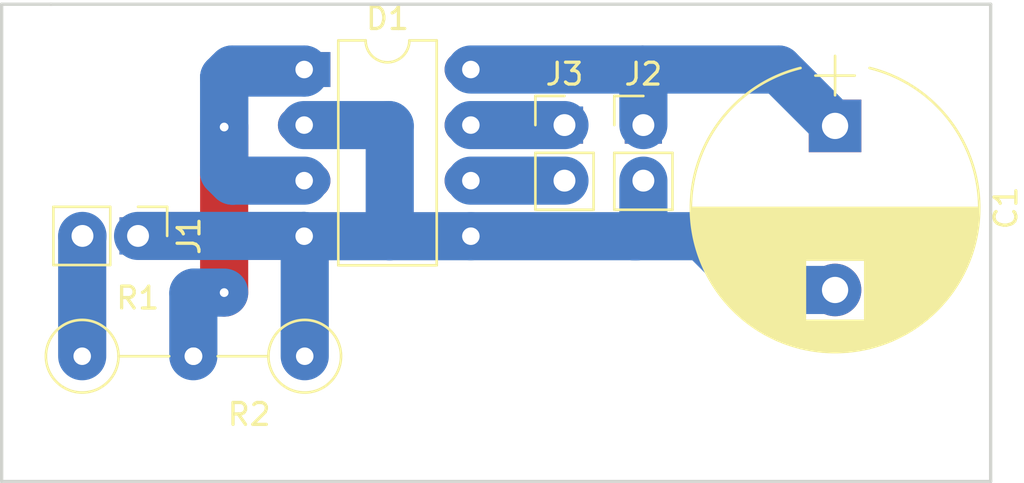
<source format=kicad_pcb>
(kicad_pcb (version 4) (host pcbnew 4.0.7)

  (general
    (links 14)
    (no_connects 0)
    (area 147.359299 104.776199 192.721301 126.744801)
    (thickness 1.6)
    (drawings 6)
    (tracks 43)
    (zones 0)
    (modules 7)
    (nets 7)
  )

  (page A4)
  (layers
    (0 F.Cu signal)
    (31 B.Cu signal)
    (32 B.Adhes user)
    (33 F.Adhes user)
    (34 B.Paste user)
    (35 F.Paste user)
    (36 B.SilkS user)
    (37 F.SilkS user)
    (38 B.Mask user)
    (39 F.Mask user)
    (40 Dwgs.User user)
    (41 Cmts.User user)
    (42 Eco1.User user)
    (43 Eco2.User user)
    (44 Edge.Cuts user)
    (45 Margin user)
    (46 B.CrtYd user)
    (47 F.CrtYd user)
    (48 B.Fab user)
    (49 F.Fab user)
  )

  (setup
    (last_trace_width 2.2)
    (trace_clearance 0.2)
    (zone_clearance 0.508)
    (zone_45_only no)
    (trace_min 0.2)
    (segment_width 0.2)
    (edge_width 0.15)
    (via_size 0.6)
    (via_drill 0.4)
    (via_min_size 0.4)
    (via_min_drill 0.3)
    (uvia_size 0.3)
    (uvia_drill 0.1)
    (uvias_allowed no)
    (uvia_min_size 0.2)
    (uvia_min_drill 0.1)
    (pcb_text_width 0.3)
    (pcb_text_size 1.5 1.5)
    (mod_edge_width 0.15)
    (mod_text_size 1 1)
    (mod_text_width 0.15)
    (pad_size 1.524 1.524)
    (pad_drill 0.762)
    (pad_to_mask_clearance 0.2)
    (aux_axis_origin 0 0)
    (visible_elements FFFFFF7F)
    (pcbplotparams
      (layerselection 0x00030_80000001)
      (usegerberextensions false)
      (excludeedgelayer true)
      (linewidth 0.100000)
      (plotframeref false)
      (viasonmask false)
      (mode 1)
      (useauxorigin false)
      (hpglpennumber 1)
      (hpglpenspeed 20)
      (hpglpendiameter 15)
      (hpglpenoverlay 2)
      (psnegative false)
      (psa4output false)
      (plotreference true)
      (plotvalue true)
      (plotinvisibletext false)
      (padsonsilk false)
      (subtractmaskfromsilk false)
      (outputformat 1)
      (mirror false)
      (drillshape 1)
      (scaleselection 1)
      (outputdirectory ""))
  )

  (net 0 "")
  (net 1 "Net-(D1-Pad1)")
  (net 2 GND)
  (net 3 "Net-(D1-Pad6)")
  (net 4 "Net-(D1-Pad7)")
  (net 5 +5V)
  (net 6 "Net-(J1-Pad2)")

  (net_class Default "Это класс цепей по умолчанию."
    (clearance 0.2)
    (trace_width 2.2)
    (via_dia 0.6)
    (via_drill 0.4)
    (uvia_dia 0.3)
    (uvia_drill 0.1)
    (add_net +5V)
    (add_net GND)
    (add_net "Net-(D1-Pad1)")
    (add_net "Net-(D1-Pad6)")
    (add_net "Net-(D1-Pad7)")
    (add_net "Net-(J1-Pad2)")
  )

  (module Housings_DIP:DIP-8_W7.62mm_LongPads (layer F.Cu) (tedit 59C78D6B) (tstamp 5B295151)
    (at 161.2646 107.8357)
    (descr "8-lead though-hole mounted DIP package, row spacing 7.62 mm (300 mils), LongPads")
    (tags "THT DIP DIL PDIP 2.54mm 7.62mm 300mil LongPads")
    (path /5B294D82)
    (fp_text reference D1 (at 3.81 -2.33) (layer F.SilkS)
      (effects (font (size 1 1) (thickness 0.15)))
    )
    (fp_text value TDA7050 (at 3.81 9.95) (layer F.Fab)
      (effects (font (size 1 1) (thickness 0.15)))
    )
    (fp_arc (start 3.81 -1.33) (end 2.81 -1.33) (angle -180) (layer F.SilkS) (width 0.12))
    (fp_line (start 1.635 -1.27) (end 6.985 -1.27) (layer F.Fab) (width 0.1))
    (fp_line (start 6.985 -1.27) (end 6.985 8.89) (layer F.Fab) (width 0.1))
    (fp_line (start 6.985 8.89) (end 0.635 8.89) (layer F.Fab) (width 0.1))
    (fp_line (start 0.635 8.89) (end 0.635 -0.27) (layer F.Fab) (width 0.1))
    (fp_line (start 0.635 -0.27) (end 1.635 -1.27) (layer F.Fab) (width 0.1))
    (fp_line (start 2.81 -1.33) (end 1.56 -1.33) (layer F.SilkS) (width 0.12))
    (fp_line (start 1.56 -1.33) (end 1.56 8.95) (layer F.SilkS) (width 0.12))
    (fp_line (start 1.56 8.95) (end 6.06 8.95) (layer F.SilkS) (width 0.12))
    (fp_line (start 6.06 8.95) (end 6.06 -1.33) (layer F.SilkS) (width 0.12))
    (fp_line (start 6.06 -1.33) (end 4.81 -1.33) (layer F.SilkS) (width 0.12))
    (fp_line (start -1.45 -1.55) (end -1.45 9.15) (layer F.CrtYd) (width 0.05))
    (fp_line (start -1.45 9.15) (end 9.1 9.15) (layer F.CrtYd) (width 0.05))
    (fp_line (start 9.1 9.15) (end 9.1 -1.55) (layer F.CrtYd) (width 0.05))
    (fp_line (start 9.1 -1.55) (end -1.45 -1.55) (layer F.CrtYd) (width 0.05))
    (fp_text user %R (at 3.81 3.81) (layer F.Fab)
      (effects (font (size 1 1) (thickness 0.15)))
    )
    (pad 1 thru_hole rect (at 0 0) (size 2.4 1.6) (drill 0.8) (layers *.Cu *.Mask)
      (net 1 "Net-(D1-Pad1)"))
    (pad 5 thru_hole oval (at 7.62 7.62) (size 2.4 1.6) (drill 0.8) (layers *.Cu *.Mask)
      (net 2 GND))
    (pad 2 thru_hole oval (at 0 2.54) (size 2.4 1.6) (drill 0.8) (layers *.Cu *.Mask)
      (net 2 GND))
    (pad 6 thru_hole oval (at 7.62 5.08) (size 2.4 1.6) (drill 0.8) (layers *.Cu *.Mask)
      (net 3 "Net-(D1-Pad6)"))
    (pad 3 thru_hole oval (at 0 5.08) (size 2.4 1.6) (drill 0.8) (layers *.Cu *.Mask)
      (net 1 "Net-(D1-Pad1)"))
    (pad 7 thru_hole oval (at 7.62 2.54) (size 2.4 1.6) (drill 0.8) (layers *.Cu *.Mask)
      (net 4 "Net-(D1-Pad7)"))
    (pad 4 thru_hole oval (at 0 7.62) (size 2.4 1.6) (drill 0.8) (layers *.Cu *.Mask)
      (net 2 GND))
    (pad 8 thru_hole oval (at 7.62 0) (size 2.4 1.6) (drill 0.8) (layers *.Cu *.Mask)
      (net 5 +5V))
    (model ${KISYS3DMOD}/Housings_DIP.3dshapes/DIP-8_W7.62mm.wrl
      (at (xyz 0 0 0))
      (scale (xyz 1 1 1))
      (rotate (xyz 0 0 0))
    )
  )

  (module Pin_Headers:Pin_Header_Straight_1x02_Pitch2.54mm (layer F.Cu) (tedit 59650532) (tstamp 5B295167)
    (at 153.67 115.443 270)
    (descr "Through hole straight pin header, 1x02, 2.54mm pitch, single row")
    (tags "Through hole pin header THT 1x02 2.54mm single row")
    (path /5B295214)
    (fp_text reference J1 (at 0 -2.33 270) (layer F.SilkS)
      (effects (font (size 1 1) (thickness 0.15)))
    )
    (fp_text value INPUT (at 0 4.87 270) (layer F.Fab)
      (effects (font (size 1 1) (thickness 0.15)))
    )
    (fp_line (start -0.635 -1.27) (end 1.27 -1.27) (layer F.Fab) (width 0.1))
    (fp_line (start 1.27 -1.27) (end 1.27 3.81) (layer F.Fab) (width 0.1))
    (fp_line (start 1.27 3.81) (end -1.27 3.81) (layer F.Fab) (width 0.1))
    (fp_line (start -1.27 3.81) (end -1.27 -0.635) (layer F.Fab) (width 0.1))
    (fp_line (start -1.27 -0.635) (end -0.635 -1.27) (layer F.Fab) (width 0.1))
    (fp_line (start -1.33 3.87) (end 1.33 3.87) (layer F.SilkS) (width 0.12))
    (fp_line (start -1.33 1.27) (end -1.33 3.87) (layer F.SilkS) (width 0.12))
    (fp_line (start 1.33 1.27) (end 1.33 3.87) (layer F.SilkS) (width 0.12))
    (fp_line (start -1.33 1.27) (end 1.33 1.27) (layer F.SilkS) (width 0.12))
    (fp_line (start -1.33 0) (end -1.33 -1.33) (layer F.SilkS) (width 0.12))
    (fp_line (start -1.33 -1.33) (end 0 -1.33) (layer F.SilkS) (width 0.12))
    (fp_line (start -1.8 -1.8) (end -1.8 4.35) (layer F.CrtYd) (width 0.05))
    (fp_line (start -1.8 4.35) (end 1.8 4.35) (layer F.CrtYd) (width 0.05))
    (fp_line (start 1.8 4.35) (end 1.8 -1.8) (layer F.CrtYd) (width 0.05))
    (fp_line (start 1.8 -1.8) (end -1.8 -1.8) (layer F.CrtYd) (width 0.05))
    (fp_text user %R (at 0 1.27 360) (layer F.Fab)
      (effects (font (size 1 1) (thickness 0.15)))
    )
    (pad 1 thru_hole rect (at 0 0 270) (size 1.7 1.7) (drill 1) (layers *.Cu *.Mask)
      (net 2 GND))
    (pad 2 thru_hole oval (at 0 2.54 270) (size 1.7 1.7) (drill 1) (layers *.Cu *.Mask)
      (net 6 "Net-(J1-Pad2)"))
    (model ${KISYS3DMOD}/Pin_Headers.3dshapes/Pin_Header_Straight_1x02_Pitch2.54mm.wrl
      (at (xyz 0 0 0))
      (scale (xyz 1 1 1))
      (rotate (xyz 0 0 0))
    )
  )

  (module Pin_Headers:Pin_Header_Straight_1x02_Pitch2.54mm (layer F.Cu) (tedit 59650532) (tstamp 5B29517D)
    (at 176.7713 110.3757)
    (descr "Through hole straight pin header, 1x02, 2.54mm pitch, single row")
    (tags "Through hole pin header THT 1x02 2.54mm single row")
    (path /5B2950A0)
    (fp_text reference J2 (at 0 -2.33) (layer F.SilkS)
      (effects (font (size 1 1) (thickness 0.15)))
    )
    (fp_text value POWER (at 0 4.87) (layer F.Fab)
      (effects (font (size 1 1) (thickness 0.15)))
    )
    (fp_line (start -0.635 -1.27) (end 1.27 -1.27) (layer F.Fab) (width 0.1))
    (fp_line (start 1.27 -1.27) (end 1.27 3.81) (layer F.Fab) (width 0.1))
    (fp_line (start 1.27 3.81) (end -1.27 3.81) (layer F.Fab) (width 0.1))
    (fp_line (start -1.27 3.81) (end -1.27 -0.635) (layer F.Fab) (width 0.1))
    (fp_line (start -1.27 -0.635) (end -0.635 -1.27) (layer F.Fab) (width 0.1))
    (fp_line (start -1.33 3.87) (end 1.33 3.87) (layer F.SilkS) (width 0.12))
    (fp_line (start -1.33 1.27) (end -1.33 3.87) (layer F.SilkS) (width 0.12))
    (fp_line (start 1.33 1.27) (end 1.33 3.87) (layer F.SilkS) (width 0.12))
    (fp_line (start -1.33 1.27) (end 1.33 1.27) (layer F.SilkS) (width 0.12))
    (fp_line (start -1.33 0) (end -1.33 -1.33) (layer F.SilkS) (width 0.12))
    (fp_line (start -1.33 -1.33) (end 0 -1.33) (layer F.SilkS) (width 0.12))
    (fp_line (start -1.8 -1.8) (end -1.8 4.35) (layer F.CrtYd) (width 0.05))
    (fp_line (start -1.8 4.35) (end 1.8 4.35) (layer F.CrtYd) (width 0.05))
    (fp_line (start 1.8 4.35) (end 1.8 -1.8) (layer F.CrtYd) (width 0.05))
    (fp_line (start 1.8 -1.8) (end -1.8 -1.8) (layer F.CrtYd) (width 0.05))
    (fp_text user %R (at 0 1.27 90) (layer F.Fab)
      (effects (font (size 1 1) (thickness 0.15)))
    )
    (pad 1 thru_hole rect (at 0 0) (size 1.7 1.7) (drill 1) (layers *.Cu *.Mask)
      (net 5 +5V))
    (pad 2 thru_hole oval (at 0 2.54) (size 1.7 1.7) (drill 1) (layers *.Cu *.Mask)
      (net 2 GND))
    (model ${KISYS3DMOD}/Pin_Headers.3dshapes/Pin_Header_Straight_1x02_Pitch2.54mm.wrl
      (at (xyz 0 0 0))
      (scale (xyz 1 1 1))
      (rotate (xyz 0 0 0))
    )
  )

  (module Pin_Headers:Pin_Header_Straight_1x02_Pitch2.54mm (layer F.Cu) (tedit 59650532) (tstamp 5B295193)
    (at 173.1645 110.3757)
    (descr "Through hole straight pin header, 1x02, 2.54mm pitch, single row")
    (tags "Through hole pin header THT 1x02 2.54mm single row")
    (path /5B294F31)
    (fp_text reference J3 (at 0 -2.33) (layer F.SilkS)
      (effects (font (size 1 1) (thickness 0.15)))
    )
    (fp_text value OUT (at 0 4.87) (layer F.Fab)
      (effects (font (size 1 1) (thickness 0.15)))
    )
    (fp_line (start -0.635 -1.27) (end 1.27 -1.27) (layer F.Fab) (width 0.1))
    (fp_line (start 1.27 -1.27) (end 1.27 3.81) (layer F.Fab) (width 0.1))
    (fp_line (start 1.27 3.81) (end -1.27 3.81) (layer F.Fab) (width 0.1))
    (fp_line (start -1.27 3.81) (end -1.27 -0.635) (layer F.Fab) (width 0.1))
    (fp_line (start -1.27 -0.635) (end -0.635 -1.27) (layer F.Fab) (width 0.1))
    (fp_line (start -1.33 3.87) (end 1.33 3.87) (layer F.SilkS) (width 0.12))
    (fp_line (start -1.33 1.27) (end -1.33 3.87) (layer F.SilkS) (width 0.12))
    (fp_line (start 1.33 1.27) (end 1.33 3.87) (layer F.SilkS) (width 0.12))
    (fp_line (start -1.33 1.27) (end 1.33 1.27) (layer F.SilkS) (width 0.12))
    (fp_line (start -1.33 0) (end -1.33 -1.33) (layer F.SilkS) (width 0.12))
    (fp_line (start -1.33 -1.33) (end 0 -1.33) (layer F.SilkS) (width 0.12))
    (fp_line (start -1.8 -1.8) (end -1.8 4.35) (layer F.CrtYd) (width 0.05))
    (fp_line (start -1.8 4.35) (end 1.8 4.35) (layer F.CrtYd) (width 0.05))
    (fp_line (start 1.8 4.35) (end 1.8 -1.8) (layer F.CrtYd) (width 0.05))
    (fp_line (start 1.8 -1.8) (end -1.8 -1.8) (layer F.CrtYd) (width 0.05))
    (fp_text user %R (at 0 1.27 90) (layer F.Fab)
      (effects (font (size 1 1) (thickness 0.15)))
    )
    (pad 1 thru_hole rect (at 0 0) (size 1.7 1.7) (drill 1) (layers *.Cu *.Mask)
      (net 4 "Net-(D1-Pad7)"))
    (pad 2 thru_hole oval (at 0 2.54) (size 1.7 1.7) (drill 1) (layers *.Cu *.Mask)
      (net 3 "Net-(D1-Pad6)"))
    (model ${KISYS3DMOD}/Pin_Headers.3dshapes/Pin_Header_Straight_1x02_Pitch2.54mm.wrl
      (at (xyz 0 0 0))
      (scale (xyz 1 1 1))
      (rotate (xyz 0 0 0))
    )
  )

  (module Resistors_THT:R_Axial_DIN0309_L9.0mm_D3.2mm_P5.08mm_Vertical (layer F.Cu) (tedit 5874F706) (tstamp 5B2951A1)
    (at 151.1173 120.9421)
    (descr "Resistor, Axial_DIN0309 series, Axial, Vertical, pin pitch=5.08mm, 0.5W = 1/2W, length*diameter=9*3.2mm^2, http://cdn-reichelt.de/documents/datenblatt/B400/1_4W%23YAG.pdf")
    (tags "Resistor Axial_DIN0309 series Axial Vertical pin pitch 5.08mm 0.5W = 1/2W length 9mm diameter 3.2mm")
    (path /5B295B39)
    (fp_text reference R1 (at 2.54 -2.66) (layer F.SilkS)
      (effects (font (size 1 1) (thickness 0.15)))
    )
    (fp_text value R (at 2.54 2.66) (layer F.Fab)
      (effects (font (size 1 1) (thickness 0.15)))
    )
    (fp_circle (center 0 0) (end 1.6 0) (layer F.Fab) (width 0.1))
    (fp_circle (center 0 0) (end 1.66 0) (layer F.SilkS) (width 0.12))
    (fp_line (start 0 0) (end 5.08 0) (layer F.Fab) (width 0.1))
    (fp_line (start 1.66 0) (end 3.98 0) (layer F.SilkS) (width 0.12))
    (fp_line (start -1.95 -1.95) (end -1.95 1.95) (layer F.CrtYd) (width 0.05))
    (fp_line (start -1.95 1.95) (end 6.2 1.95) (layer F.CrtYd) (width 0.05))
    (fp_line (start 6.2 1.95) (end 6.2 -1.95) (layer F.CrtYd) (width 0.05))
    (fp_line (start 6.2 -1.95) (end -1.95 -1.95) (layer F.CrtYd) (width 0.05))
    (pad 1 thru_hole circle (at 0 0) (size 1.6 1.6) (drill 0.8) (layers *.Cu *.Mask)
      (net 6 "Net-(J1-Pad2)"))
    (pad 2 thru_hole oval (at 5.08 0) (size 1.6 1.6) (drill 0.8) (layers *.Cu *.Mask)
      (net 1 "Net-(D1-Pad1)"))
    (model ${KISYS3DMOD}/Resistors_THT.3dshapes/R_Axial_DIN0309_L9.0mm_D3.2mm_P5.08mm_Vertical.wrl
      (at (xyz 0 0 0))
      (scale (xyz 0.393701 0.393701 0.393701))
      (rotate (xyz 0 0 0))
    )
  )

  (module Resistors_THT:R_Axial_DIN0309_L9.0mm_D3.2mm_P5.08mm_Vertical (layer F.Cu) (tedit 5874F706) (tstamp 5B2951AF)
    (at 161.29 120.9421 180)
    (descr "Resistor, Axial_DIN0309 series, Axial, Vertical, pin pitch=5.08mm, 0.5W = 1/2W, length*diameter=9*3.2mm^2, http://cdn-reichelt.de/documents/datenblatt/B400/1_4W%23YAG.pdf")
    (tags "Resistor Axial_DIN0309 series Axial Vertical pin pitch 5.08mm 0.5W = 1/2W length 9mm diameter 3.2mm")
    (path /5B2958D0)
    (fp_text reference R2 (at 2.54 -2.66 180) (layer F.SilkS)
      (effects (font (size 1 1) (thickness 0.15)))
    )
    (fp_text value R (at 2.54 2.66 180) (layer F.Fab)
      (effects (font (size 1 1) (thickness 0.15)))
    )
    (fp_circle (center 0 0) (end 1.6 0) (layer F.Fab) (width 0.1))
    (fp_circle (center 0 0) (end 1.66 0) (layer F.SilkS) (width 0.12))
    (fp_line (start 0 0) (end 5.08 0) (layer F.Fab) (width 0.1))
    (fp_line (start 1.66 0) (end 3.98 0) (layer F.SilkS) (width 0.12))
    (fp_line (start -1.95 -1.95) (end -1.95 1.95) (layer F.CrtYd) (width 0.05))
    (fp_line (start -1.95 1.95) (end 6.2 1.95) (layer F.CrtYd) (width 0.05))
    (fp_line (start 6.2 1.95) (end 6.2 -1.95) (layer F.CrtYd) (width 0.05))
    (fp_line (start 6.2 -1.95) (end -1.95 -1.95) (layer F.CrtYd) (width 0.05))
    (pad 1 thru_hole circle (at 0 0 180) (size 1.6 1.6) (drill 0.8) (layers *.Cu *.Mask)
      (net 2 GND))
    (pad 2 thru_hole oval (at 5.08 0 180) (size 1.6 1.6) (drill 0.8) (layers *.Cu *.Mask)
      (net 1 "Net-(D1-Pad1)"))
    (model ${KISYS3DMOD}/Resistors_THT.3dshapes/R_Axial_DIN0309_L9.0mm_D3.2mm_P5.08mm_Vertical.wrl
      (at (xyz 0 0 0))
      (scale (xyz 0.393701 0.393701 0.393701))
      (rotate (xyz 0 0 0))
    )
  )

  (module Capacitors_THT:CP_Radial_D13.0mm_P7.50mm (layer F.Cu) (tedit 597BC7C2) (tstamp 5B5CD152)
    (at 185.5343 110.4138 270)
    (descr "CP, Radial series, Radial, pin pitch=7.50mm, , diameter=13mm, Electrolytic Capacitor")
    (tags "CP Radial series Radial pin pitch 7.50mm  diameter 13mm Electrolytic Capacitor")
    (path /5B5CD2BF)
    (fp_text reference C1 (at 3.75 -7.81 270) (layer F.SilkS)
      (effects (font (size 1 1) (thickness 0.15)))
    )
    (fp_text value CP (at 3.75 7.81 270) (layer F.Fab)
      (effects (font (size 1 1) (thickness 0.15)))
    )
    (fp_arc (start 3.75 0) (end -2.647789 -1.58) (angle 152.3) (layer F.SilkS) (width 0.12))
    (fp_arc (start 3.75 0) (end -2.647789 1.58) (angle -152.3) (layer F.SilkS) (width 0.12))
    (fp_arc (start 3.75 0) (end 10.147789 -1.58) (angle 27.7) (layer F.SilkS) (width 0.12))
    (fp_circle (center 3.75 0) (end 10.25 0) (layer F.Fab) (width 0.1))
    (fp_line (start -3.2 0) (end -1.4 0) (layer F.Fab) (width 0.1))
    (fp_line (start -2.3 -0.9) (end -2.3 0.9) (layer F.Fab) (width 0.1))
    (fp_line (start 3.75 -6.55) (end 3.75 6.55) (layer F.SilkS) (width 0.12))
    (fp_line (start 3.79 -6.55) (end 3.79 6.55) (layer F.SilkS) (width 0.12))
    (fp_line (start 3.83 -6.55) (end 3.83 6.55) (layer F.SilkS) (width 0.12))
    (fp_line (start 3.87 -6.549) (end 3.87 6.549) (layer F.SilkS) (width 0.12))
    (fp_line (start 3.91 -6.549) (end 3.91 6.549) (layer F.SilkS) (width 0.12))
    (fp_line (start 3.95 -6.547) (end 3.95 6.547) (layer F.SilkS) (width 0.12))
    (fp_line (start 3.99 -6.546) (end 3.99 6.546) (layer F.SilkS) (width 0.12))
    (fp_line (start 4.03 -6.545) (end 4.03 6.545) (layer F.SilkS) (width 0.12))
    (fp_line (start 4.07 -6.543) (end 4.07 6.543) (layer F.SilkS) (width 0.12))
    (fp_line (start 4.11 -6.541) (end 4.11 6.541) (layer F.SilkS) (width 0.12))
    (fp_line (start 4.15 -6.538) (end 4.15 6.538) (layer F.SilkS) (width 0.12))
    (fp_line (start 4.19 -6.536) (end 4.19 6.536) (layer F.SilkS) (width 0.12))
    (fp_line (start 4.23 -6.533) (end 4.23 6.533) (layer F.SilkS) (width 0.12))
    (fp_line (start 4.27 -6.53) (end 4.27 6.53) (layer F.SilkS) (width 0.12))
    (fp_line (start 4.31 -6.527) (end 4.31 6.527) (layer F.SilkS) (width 0.12))
    (fp_line (start 4.35 -6.523) (end 4.35 6.523) (layer F.SilkS) (width 0.12))
    (fp_line (start 4.39 -6.519) (end 4.39 6.519) (layer F.SilkS) (width 0.12))
    (fp_line (start 4.43 -6.515) (end 4.43 6.515) (layer F.SilkS) (width 0.12))
    (fp_line (start 4.471 -6.511) (end 4.471 6.511) (layer F.SilkS) (width 0.12))
    (fp_line (start 4.511 -6.507) (end 4.511 6.507) (layer F.SilkS) (width 0.12))
    (fp_line (start 4.551 -6.502) (end 4.551 6.502) (layer F.SilkS) (width 0.12))
    (fp_line (start 4.591 -6.497) (end 4.591 6.497) (layer F.SilkS) (width 0.12))
    (fp_line (start 4.631 -6.491) (end 4.631 6.491) (layer F.SilkS) (width 0.12))
    (fp_line (start 4.671 -6.486) (end 4.671 6.486) (layer F.SilkS) (width 0.12))
    (fp_line (start 4.711 -6.48) (end 4.711 6.48) (layer F.SilkS) (width 0.12))
    (fp_line (start 4.751 -6.474) (end 4.751 6.474) (layer F.SilkS) (width 0.12))
    (fp_line (start 4.791 -6.468) (end 4.791 6.468) (layer F.SilkS) (width 0.12))
    (fp_line (start 4.831 -6.461) (end 4.831 6.461) (layer F.SilkS) (width 0.12))
    (fp_line (start 4.871 -6.455) (end 4.871 6.455) (layer F.SilkS) (width 0.12))
    (fp_line (start 4.911 -6.448) (end 4.911 6.448) (layer F.SilkS) (width 0.12))
    (fp_line (start 4.951 -6.44) (end 4.951 6.44) (layer F.SilkS) (width 0.12))
    (fp_line (start 4.991 -6.433) (end 4.991 6.433) (layer F.SilkS) (width 0.12))
    (fp_line (start 5.031 -6.425) (end 5.031 6.425) (layer F.SilkS) (width 0.12))
    (fp_line (start 5.071 -6.417) (end 5.071 6.417) (layer F.SilkS) (width 0.12))
    (fp_line (start 5.111 -6.409) (end 5.111 6.409) (layer F.SilkS) (width 0.12))
    (fp_line (start 5.151 -6.4) (end 5.151 6.4) (layer F.SilkS) (width 0.12))
    (fp_line (start 5.191 -6.391) (end 5.191 6.391) (layer F.SilkS) (width 0.12))
    (fp_line (start 5.231 -6.382) (end 5.231 6.382) (layer F.SilkS) (width 0.12))
    (fp_line (start 5.271 -6.373) (end 5.271 6.373) (layer F.SilkS) (width 0.12))
    (fp_line (start 5.311 -6.363) (end 5.311 6.363) (layer F.SilkS) (width 0.12))
    (fp_line (start 5.351 -6.353) (end 5.351 6.353) (layer F.SilkS) (width 0.12))
    (fp_line (start 5.391 -6.343) (end 5.391 6.343) (layer F.SilkS) (width 0.12))
    (fp_line (start 5.431 -6.333) (end 5.431 6.333) (layer F.SilkS) (width 0.12))
    (fp_line (start 5.471 -6.322) (end 5.471 6.322) (layer F.SilkS) (width 0.12))
    (fp_line (start 5.511 -6.311) (end 5.511 6.311) (layer F.SilkS) (width 0.12))
    (fp_line (start 5.551 -6.3) (end 5.551 6.3) (layer F.SilkS) (width 0.12))
    (fp_line (start 5.591 -6.288) (end 5.591 6.288) (layer F.SilkS) (width 0.12))
    (fp_line (start 5.631 -6.277) (end 5.631 6.277) (layer F.SilkS) (width 0.12))
    (fp_line (start 5.671 -6.265) (end 5.671 6.265) (layer F.SilkS) (width 0.12))
    (fp_line (start 5.711 -6.252) (end 5.711 6.252) (layer F.SilkS) (width 0.12))
    (fp_line (start 5.751 -6.24) (end 5.751 6.24) (layer F.SilkS) (width 0.12))
    (fp_line (start 5.791 -6.227) (end 5.791 6.227) (layer F.SilkS) (width 0.12))
    (fp_line (start 5.831 -6.214) (end 5.831 6.214) (layer F.SilkS) (width 0.12))
    (fp_line (start 5.871 -6.2) (end 5.871 6.2) (layer F.SilkS) (width 0.12))
    (fp_line (start 5.911 -6.186) (end 5.911 6.186) (layer F.SilkS) (width 0.12))
    (fp_line (start 5.951 -6.172) (end 5.951 6.172) (layer F.SilkS) (width 0.12))
    (fp_line (start 5.991 -6.158) (end 5.991 6.158) (layer F.SilkS) (width 0.12))
    (fp_line (start 6.031 -6.144) (end 6.031 6.144) (layer F.SilkS) (width 0.12))
    (fp_line (start 6.071 -6.129) (end 6.071 6.129) (layer F.SilkS) (width 0.12))
    (fp_line (start 6.111 -6.113) (end 6.111 6.113) (layer F.SilkS) (width 0.12))
    (fp_line (start 6.151 -6.098) (end 6.151 -1.38) (layer F.SilkS) (width 0.12))
    (fp_line (start 6.151 1.38) (end 6.151 6.098) (layer F.SilkS) (width 0.12))
    (fp_line (start 6.191 -6.082) (end 6.191 -1.38) (layer F.SilkS) (width 0.12))
    (fp_line (start 6.191 1.38) (end 6.191 6.082) (layer F.SilkS) (width 0.12))
    (fp_line (start 6.231 -6.066) (end 6.231 -1.38) (layer F.SilkS) (width 0.12))
    (fp_line (start 6.231 1.38) (end 6.231 6.066) (layer F.SilkS) (width 0.12))
    (fp_line (start 6.271 -6.05) (end 6.271 -1.38) (layer F.SilkS) (width 0.12))
    (fp_line (start 6.271 1.38) (end 6.271 6.05) (layer F.SilkS) (width 0.12))
    (fp_line (start 6.311 -6.033) (end 6.311 -1.38) (layer F.SilkS) (width 0.12))
    (fp_line (start 6.311 1.38) (end 6.311 6.033) (layer F.SilkS) (width 0.12))
    (fp_line (start 6.351 -6.016) (end 6.351 -1.38) (layer F.SilkS) (width 0.12))
    (fp_line (start 6.351 1.38) (end 6.351 6.016) (layer F.SilkS) (width 0.12))
    (fp_line (start 6.391 -5.999) (end 6.391 -1.38) (layer F.SilkS) (width 0.12))
    (fp_line (start 6.391 1.38) (end 6.391 5.999) (layer F.SilkS) (width 0.12))
    (fp_line (start 6.431 -5.981) (end 6.431 -1.38) (layer F.SilkS) (width 0.12))
    (fp_line (start 6.431 1.38) (end 6.431 5.981) (layer F.SilkS) (width 0.12))
    (fp_line (start 6.471 -5.963) (end 6.471 -1.38) (layer F.SilkS) (width 0.12))
    (fp_line (start 6.471 1.38) (end 6.471 5.963) (layer F.SilkS) (width 0.12))
    (fp_line (start 6.511 -5.945) (end 6.511 -1.38) (layer F.SilkS) (width 0.12))
    (fp_line (start 6.511 1.38) (end 6.511 5.945) (layer F.SilkS) (width 0.12))
    (fp_line (start 6.551 -5.926) (end 6.551 -1.38) (layer F.SilkS) (width 0.12))
    (fp_line (start 6.551 1.38) (end 6.551 5.926) (layer F.SilkS) (width 0.12))
    (fp_line (start 6.591 -5.907) (end 6.591 -1.38) (layer F.SilkS) (width 0.12))
    (fp_line (start 6.591 1.38) (end 6.591 5.907) (layer F.SilkS) (width 0.12))
    (fp_line (start 6.631 -5.888) (end 6.631 -1.38) (layer F.SilkS) (width 0.12))
    (fp_line (start 6.631 1.38) (end 6.631 5.888) (layer F.SilkS) (width 0.12))
    (fp_line (start 6.671 -5.868) (end 6.671 -1.38) (layer F.SilkS) (width 0.12))
    (fp_line (start 6.671 1.38) (end 6.671 5.868) (layer F.SilkS) (width 0.12))
    (fp_line (start 6.711 -5.848) (end 6.711 -1.38) (layer F.SilkS) (width 0.12))
    (fp_line (start 6.711 1.38) (end 6.711 5.848) (layer F.SilkS) (width 0.12))
    (fp_line (start 6.751 -5.828) (end 6.751 -1.38) (layer F.SilkS) (width 0.12))
    (fp_line (start 6.751 1.38) (end 6.751 5.828) (layer F.SilkS) (width 0.12))
    (fp_line (start 6.791 -5.807) (end 6.791 -1.38) (layer F.SilkS) (width 0.12))
    (fp_line (start 6.791 1.38) (end 6.791 5.807) (layer F.SilkS) (width 0.12))
    (fp_line (start 6.831 -5.786) (end 6.831 -1.38) (layer F.SilkS) (width 0.12))
    (fp_line (start 6.831 1.38) (end 6.831 5.786) (layer F.SilkS) (width 0.12))
    (fp_line (start 6.871 -5.765) (end 6.871 -1.38) (layer F.SilkS) (width 0.12))
    (fp_line (start 6.871 1.38) (end 6.871 5.765) (layer F.SilkS) (width 0.12))
    (fp_line (start 6.911 -5.743) (end 6.911 -1.38) (layer F.SilkS) (width 0.12))
    (fp_line (start 6.911 1.38) (end 6.911 5.743) (layer F.SilkS) (width 0.12))
    (fp_line (start 6.951 -5.721) (end 6.951 -1.38) (layer F.SilkS) (width 0.12))
    (fp_line (start 6.951 1.38) (end 6.951 5.721) (layer F.SilkS) (width 0.12))
    (fp_line (start 6.991 -5.699) (end 6.991 -1.38) (layer F.SilkS) (width 0.12))
    (fp_line (start 6.991 1.38) (end 6.991 5.699) (layer F.SilkS) (width 0.12))
    (fp_line (start 7.031 -5.676) (end 7.031 -1.38) (layer F.SilkS) (width 0.12))
    (fp_line (start 7.031 1.38) (end 7.031 5.676) (layer F.SilkS) (width 0.12))
    (fp_line (start 7.071 -5.653) (end 7.071 -1.38) (layer F.SilkS) (width 0.12))
    (fp_line (start 7.071 1.38) (end 7.071 5.653) (layer F.SilkS) (width 0.12))
    (fp_line (start 7.111 -5.63) (end 7.111 -1.38) (layer F.SilkS) (width 0.12))
    (fp_line (start 7.111 1.38) (end 7.111 5.63) (layer F.SilkS) (width 0.12))
    (fp_line (start 7.151 -5.606) (end 7.151 -1.38) (layer F.SilkS) (width 0.12))
    (fp_line (start 7.151 1.38) (end 7.151 5.606) (layer F.SilkS) (width 0.12))
    (fp_line (start 7.191 -5.581) (end 7.191 -1.38) (layer F.SilkS) (width 0.12))
    (fp_line (start 7.191 1.38) (end 7.191 5.581) (layer F.SilkS) (width 0.12))
    (fp_line (start 7.231 -5.557) (end 7.231 -1.38) (layer F.SilkS) (width 0.12))
    (fp_line (start 7.231 1.38) (end 7.231 5.557) (layer F.SilkS) (width 0.12))
    (fp_line (start 7.271 -5.532) (end 7.271 -1.38) (layer F.SilkS) (width 0.12))
    (fp_line (start 7.271 1.38) (end 7.271 5.532) (layer F.SilkS) (width 0.12))
    (fp_line (start 7.311 -5.506) (end 7.311 -1.38) (layer F.SilkS) (width 0.12))
    (fp_line (start 7.311 1.38) (end 7.311 5.506) (layer F.SilkS) (width 0.12))
    (fp_line (start 7.351 -5.48) (end 7.351 -1.38) (layer F.SilkS) (width 0.12))
    (fp_line (start 7.351 1.38) (end 7.351 5.48) (layer F.SilkS) (width 0.12))
    (fp_line (start 7.391 -5.454) (end 7.391 -1.38) (layer F.SilkS) (width 0.12))
    (fp_line (start 7.391 1.38) (end 7.391 5.454) (layer F.SilkS) (width 0.12))
    (fp_line (start 7.431 -5.427) (end 7.431 -1.38) (layer F.SilkS) (width 0.12))
    (fp_line (start 7.431 1.38) (end 7.431 5.427) (layer F.SilkS) (width 0.12))
    (fp_line (start 7.471 -5.4) (end 7.471 -1.38) (layer F.SilkS) (width 0.12))
    (fp_line (start 7.471 1.38) (end 7.471 5.4) (layer F.SilkS) (width 0.12))
    (fp_line (start 7.511 -5.373) (end 7.511 -1.38) (layer F.SilkS) (width 0.12))
    (fp_line (start 7.511 1.38) (end 7.511 5.373) (layer F.SilkS) (width 0.12))
    (fp_line (start 7.551 -5.345) (end 7.551 -1.38) (layer F.SilkS) (width 0.12))
    (fp_line (start 7.551 1.38) (end 7.551 5.345) (layer F.SilkS) (width 0.12))
    (fp_line (start 7.591 -5.316) (end 7.591 -1.38) (layer F.SilkS) (width 0.12))
    (fp_line (start 7.591 1.38) (end 7.591 5.316) (layer F.SilkS) (width 0.12))
    (fp_line (start 7.631 -5.287) (end 7.631 -1.38) (layer F.SilkS) (width 0.12))
    (fp_line (start 7.631 1.38) (end 7.631 5.287) (layer F.SilkS) (width 0.12))
    (fp_line (start 7.671 -5.258) (end 7.671 -1.38) (layer F.SilkS) (width 0.12))
    (fp_line (start 7.671 1.38) (end 7.671 5.258) (layer F.SilkS) (width 0.12))
    (fp_line (start 7.711 -5.228) (end 7.711 -1.38) (layer F.SilkS) (width 0.12))
    (fp_line (start 7.711 1.38) (end 7.711 5.228) (layer F.SilkS) (width 0.12))
    (fp_line (start 7.751 -5.198) (end 7.751 -1.38) (layer F.SilkS) (width 0.12))
    (fp_line (start 7.751 1.38) (end 7.751 5.198) (layer F.SilkS) (width 0.12))
    (fp_line (start 7.791 -5.167) (end 7.791 -1.38) (layer F.SilkS) (width 0.12))
    (fp_line (start 7.791 1.38) (end 7.791 5.167) (layer F.SilkS) (width 0.12))
    (fp_line (start 7.831 -5.136) (end 7.831 -1.38) (layer F.SilkS) (width 0.12))
    (fp_line (start 7.831 1.38) (end 7.831 5.136) (layer F.SilkS) (width 0.12))
    (fp_line (start 7.871 -5.104) (end 7.871 -1.38) (layer F.SilkS) (width 0.12))
    (fp_line (start 7.871 1.38) (end 7.871 5.104) (layer F.SilkS) (width 0.12))
    (fp_line (start 7.911 -5.072) (end 7.911 -1.38) (layer F.SilkS) (width 0.12))
    (fp_line (start 7.911 1.38) (end 7.911 5.072) (layer F.SilkS) (width 0.12))
    (fp_line (start 7.951 -5.039) (end 7.951 -1.38) (layer F.SilkS) (width 0.12))
    (fp_line (start 7.951 1.38) (end 7.951 5.039) (layer F.SilkS) (width 0.12))
    (fp_line (start 7.991 -5.005) (end 7.991 -1.38) (layer F.SilkS) (width 0.12))
    (fp_line (start 7.991 1.38) (end 7.991 5.005) (layer F.SilkS) (width 0.12))
    (fp_line (start 8.031 -4.971) (end 8.031 -1.38) (layer F.SilkS) (width 0.12))
    (fp_line (start 8.031 1.38) (end 8.031 4.971) (layer F.SilkS) (width 0.12))
    (fp_line (start 8.071 -4.937) (end 8.071 -1.38) (layer F.SilkS) (width 0.12))
    (fp_line (start 8.071 1.38) (end 8.071 4.937) (layer F.SilkS) (width 0.12))
    (fp_line (start 8.111 -4.902) (end 8.111 -1.38) (layer F.SilkS) (width 0.12))
    (fp_line (start 8.111 1.38) (end 8.111 4.902) (layer F.SilkS) (width 0.12))
    (fp_line (start 8.151 -4.866) (end 8.151 -1.38) (layer F.SilkS) (width 0.12))
    (fp_line (start 8.151 1.38) (end 8.151 4.866) (layer F.SilkS) (width 0.12))
    (fp_line (start 8.191 -4.83) (end 8.191 -1.38) (layer F.SilkS) (width 0.12))
    (fp_line (start 8.191 1.38) (end 8.191 4.83) (layer F.SilkS) (width 0.12))
    (fp_line (start 8.231 -4.793) (end 8.231 -1.38) (layer F.SilkS) (width 0.12))
    (fp_line (start 8.231 1.38) (end 8.231 4.793) (layer F.SilkS) (width 0.12))
    (fp_line (start 8.271 -4.756) (end 8.271 -1.38) (layer F.SilkS) (width 0.12))
    (fp_line (start 8.271 1.38) (end 8.271 4.756) (layer F.SilkS) (width 0.12))
    (fp_line (start 8.311 -4.718) (end 8.311 -1.38) (layer F.SilkS) (width 0.12))
    (fp_line (start 8.311 1.38) (end 8.311 4.718) (layer F.SilkS) (width 0.12))
    (fp_line (start 8.351 -4.679) (end 8.351 -1.38) (layer F.SilkS) (width 0.12))
    (fp_line (start 8.351 1.38) (end 8.351 4.679) (layer F.SilkS) (width 0.12))
    (fp_line (start 8.391 -4.64) (end 8.391 -1.38) (layer F.SilkS) (width 0.12))
    (fp_line (start 8.391 1.38) (end 8.391 4.64) (layer F.SilkS) (width 0.12))
    (fp_line (start 8.431 -4.6) (end 8.431 -1.38) (layer F.SilkS) (width 0.12))
    (fp_line (start 8.431 1.38) (end 8.431 4.6) (layer F.SilkS) (width 0.12))
    (fp_line (start 8.471 -4.559) (end 8.471 -1.38) (layer F.SilkS) (width 0.12))
    (fp_line (start 8.471 1.38) (end 8.471 4.559) (layer F.SilkS) (width 0.12))
    (fp_line (start 8.511 -4.518) (end 8.511 -1.38) (layer F.SilkS) (width 0.12))
    (fp_line (start 8.511 1.38) (end 8.511 4.518) (layer F.SilkS) (width 0.12))
    (fp_line (start 8.551 -4.476) (end 8.551 -1.38) (layer F.SilkS) (width 0.12))
    (fp_line (start 8.551 1.38) (end 8.551 4.476) (layer F.SilkS) (width 0.12))
    (fp_line (start 8.591 -4.433) (end 8.591 -1.38) (layer F.SilkS) (width 0.12))
    (fp_line (start 8.591 1.38) (end 8.591 4.433) (layer F.SilkS) (width 0.12))
    (fp_line (start 8.631 -4.389) (end 8.631 -1.38) (layer F.SilkS) (width 0.12))
    (fp_line (start 8.631 1.38) (end 8.631 4.389) (layer F.SilkS) (width 0.12))
    (fp_line (start 8.671 -4.345) (end 8.671 -1.38) (layer F.SilkS) (width 0.12))
    (fp_line (start 8.671 1.38) (end 8.671 4.345) (layer F.SilkS) (width 0.12))
    (fp_line (start 8.711 -4.299) (end 8.711 -1.38) (layer F.SilkS) (width 0.12))
    (fp_line (start 8.711 1.38) (end 8.711 4.299) (layer F.SilkS) (width 0.12))
    (fp_line (start 8.751 -4.253) (end 8.751 -1.38) (layer F.SilkS) (width 0.12))
    (fp_line (start 8.751 1.38) (end 8.751 4.253) (layer F.SilkS) (width 0.12))
    (fp_line (start 8.791 -4.206) (end 8.791 -1.38) (layer F.SilkS) (width 0.12))
    (fp_line (start 8.791 1.38) (end 8.791 4.206) (layer F.SilkS) (width 0.12))
    (fp_line (start 8.831 -4.158) (end 8.831 -1.38) (layer F.SilkS) (width 0.12))
    (fp_line (start 8.831 1.38) (end 8.831 4.158) (layer F.SilkS) (width 0.12))
    (fp_line (start 8.871 -4.109) (end 8.871 -1.38) (layer F.SilkS) (width 0.12))
    (fp_line (start 8.871 1.38) (end 8.871 4.109) (layer F.SilkS) (width 0.12))
    (fp_line (start 8.911 -4.06) (end 8.911 4.06) (layer F.SilkS) (width 0.12))
    (fp_line (start 8.951 -4.009) (end 8.951 4.009) (layer F.SilkS) (width 0.12))
    (fp_line (start 8.991 -3.957) (end 8.991 3.957) (layer F.SilkS) (width 0.12))
    (fp_line (start 9.031 -3.904) (end 9.031 3.904) (layer F.SilkS) (width 0.12))
    (fp_line (start 9.071 -3.85) (end 9.071 3.85) (layer F.SilkS) (width 0.12))
    (fp_line (start 9.111 -3.794) (end 9.111 3.794) (layer F.SilkS) (width 0.12))
    (fp_line (start 9.151 -3.738) (end 9.151 3.738) (layer F.SilkS) (width 0.12))
    (fp_line (start 9.191 -3.68) (end 9.191 3.68) (layer F.SilkS) (width 0.12))
    (fp_line (start 9.231 -3.621) (end 9.231 3.621) (layer F.SilkS) (width 0.12))
    (fp_line (start 9.271 -3.56) (end 9.271 3.56) (layer F.SilkS) (width 0.12))
    (fp_line (start 9.311 -3.498) (end 9.311 3.498) (layer F.SilkS) (width 0.12))
    (fp_line (start 9.351 -3.434) (end 9.351 3.434) (layer F.SilkS) (width 0.12))
    (fp_line (start 9.391 -3.369) (end 9.391 3.369) (layer F.SilkS) (width 0.12))
    (fp_line (start 9.431 -3.302) (end 9.431 3.302) (layer F.SilkS) (width 0.12))
    (fp_line (start 9.471 -3.233) (end 9.471 3.233) (layer F.SilkS) (width 0.12))
    (fp_line (start 9.511 -3.162) (end 9.511 3.162) (layer F.SilkS) (width 0.12))
    (fp_line (start 9.551 -3.089) (end 9.551 3.089) (layer F.SilkS) (width 0.12))
    (fp_line (start 9.591 -3.014) (end 9.591 3.014) (layer F.SilkS) (width 0.12))
    (fp_line (start 9.631 -2.936) (end 9.631 2.936) (layer F.SilkS) (width 0.12))
    (fp_line (start 9.671 -2.856) (end 9.671 2.856) (layer F.SilkS) (width 0.12))
    (fp_line (start 9.711 -2.772) (end 9.711 2.772) (layer F.SilkS) (width 0.12))
    (fp_line (start 9.751 -2.686) (end 9.751 2.686) (layer F.SilkS) (width 0.12))
    (fp_line (start 9.791 -2.596) (end 9.791 2.596) (layer F.SilkS) (width 0.12))
    (fp_line (start 9.831 -2.502) (end 9.831 2.502) (layer F.SilkS) (width 0.12))
    (fp_line (start 9.871 -2.405) (end 9.871 2.405) (layer F.SilkS) (width 0.12))
    (fp_line (start 9.911 -2.302) (end 9.911 2.302) (layer F.SilkS) (width 0.12))
    (fp_line (start 9.951 -2.194) (end 9.951 2.194) (layer F.SilkS) (width 0.12))
    (fp_line (start 9.991 -2.08) (end 9.991 2.08) (layer F.SilkS) (width 0.12))
    (fp_line (start 10.031 -1.958) (end 10.031 1.958) (layer F.SilkS) (width 0.12))
    (fp_line (start 10.071 -1.828) (end 10.071 1.828) (layer F.SilkS) (width 0.12))
    (fp_line (start 10.111 -1.686) (end 10.111 1.686) (layer F.SilkS) (width 0.12))
    (fp_line (start 10.151 -1.532) (end 10.151 1.532) (layer F.SilkS) (width 0.12))
    (fp_line (start 10.191 -1.359) (end 10.191 1.359) (layer F.SilkS) (width 0.12))
    (fp_line (start 10.231 -1.16) (end 10.231 1.16) (layer F.SilkS) (width 0.12))
    (fp_line (start 10.271 -0.918) (end 10.271 0.918) (layer F.SilkS) (width 0.12))
    (fp_line (start 10.311 -0.589) (end 10.311 0.589) (layer F.SilkS) (width 0.12))
    (fp_line (start -3.2 0) (end -1.4 0) (layer F.SilkS) (width 0.12))
    (fp_line (start -2.3 -0.9) (end -2.3 0.9) (layer F.SilkS) (width 0.12))
    (fp_line (start -3.1 -6.85) (end -3.1 6.85) (layer F.CrtYd) (width 0.05))
    (fp_line (start -3.1 6.85) (end 10.6 6.85) (layer F.CrtYd) (width 0.05))
    (fp_line (start 10.6 6.85) (end 10.6 -6.85) (layer F.CrtYd) (width 0.05))
    (fp_line (start 10.6 -6.85) (end -3.1 -6.85) (layer F.CrtYd) (width 0.05))
    (fp_text user %R (at 3.75 0 270) (layer F.Fab)
      (effects (font (size 1 1) (thickness 0.15)))
    )
    (pad 1 thru_hole rect (at 0 0 270) (size 2.4 2.4) (drill 1.2) (layers *.Cu *.Mask)
      (net 5 +5V))
    (pad 2 thru_hole circle (at 7.5 0 270) (size 2.4 2.4) (drill 1.2) (layers *.Cu *.Mask)
      (net 2 GND))
    (model ${KISYS3DMOD}/Capacitors_THT.3dshapes/CP_Radial_D13.0mm_P7.50mm.wrl
      (at (xyz 0 0 0))
      (scale (xyz 1 1 1))
      (rotate (xyz 0 0 0))
    )
  )

  (gr_line (start 192.6463 126.6698) (end 192.6463 126.619) (angle 90) (layer Edge.Cuts) (width 0.15))
  (gr_line (start 147.4343 126.6698) (end 192.6463 126.6698) (angle 90) (layer Edge.Cuts) (width 0.15))
  (gr_line (start 147.4343 104.8512) (end 147.4343 126.6698) (angle 90) (layer Edge.Cuts) (width 0.15))
  (gr_line (start 149.6949 104.8512) (end 147.4343 104.8512) (angle 90) (layer Edge.Cuts) (width 0.15))
  (gr_line (start 192.6463 104.8512) (end 149.6822 104.8512) (angle 90) (layer Edge.Cuts) (width 0.15))
  (gr_line (start 192.6463 126.6063) (end 192.6463 104.8512) (angle 90) (layer Edge.Cuts) (width 0.15))

  (segment (start 161.2646 112.9157) (end 157.988 112.9157) (width 2.2) (layer B.Cu) (net 1))
  (segment (start 157.988 112.9157) (end 157.607 112.5347) (width 2.2) (layer B.Cu) (net 1) (tstamp 5B295313))
  (segment (start 157.607 112.5347) (end 157.607 108.204) (width 2.2) (layer B.Cu) (net 1) (tstamp 5B295314))
  (segment (start 157.607 108.204) (end 157.835302 107.975698) (width 2.2) (layer B.Cu) (net 1) (tstamp 5B295315))
  (segment (start 157.835302 107.975698) (end 161.2646 107.975698) (width 2.2) (layer B.Cu) (net 1) (tstamp 5B295316))
  (segment (start 161.2646 107.975698) (end 161.2646 107.8357) (width 2.2) (layer B.Cu) (net 1) (tstamp 5B295318))
  (segment (start 157.607 112.5347) (end 157.607 110.4646) (width 2.2) (layer B.Cu) (net 1) (tstamp 5B295310))
  (segment (start 157.988 112.9157) (end 157.607 112.5347) (width 2.2) (layer B.Cu) (net 1) (tstamp 5B29530F))
  (segment (start 156.1973 120.9421) (end 156.1973 118.0592) (width 2.2) (layer B.Cu) (net 1))
  (segment (start 157.9753 107.8357) (end 161.2646 107.8357) (width 2.2) (layer B.Cu) (net 1) (tstamp 5B29530C))
  (segment (start 157.607 108.204) (end 157.9753 107.8357) (width 2.2) (layer B.Cu) (net 1) (tstamp 5B29530B))
  (segment (start 157.607 110.4646) (end 157.607 108.204) (width 2.2) (layer B.Cu) (net 1) (tstamp 5B29530A))
  (via (at 157.607 110.4646) (size 0.6) (drill 0.4) (layers F.Cu B.Cu) (net 1))
  (segment (start 157.607 118.0338) (end 157.607 110.4646) (width 2.2) (layer F.Cu) (net 1) (tstamp 5B295307))
  (via (at 157.607 118.0338) (size 0.6) (drill 0.4) (layers F.Cu B.Cu) (net 1))
  (segment (start 156.2227 118.0338) (end 157.607 118.0338) (width 2.2) (layer B.Cu) (net 1) (tstamp 5B295304))
  (segment (start 156.1973 118.0592) (end 156.2227 118.0338) (width 2.2) (layer B.Cu) (net 1) (tstamp 5B295303))
  (segment (start 176.3268 115.4557) (end 179.4637 115.4557) (width 2.2) (layer B.Cu) (net 2))
  (segment (start 181.9218 117.9138) (end 185.5343 117.9138) (width 2.2) (layer B.Cu) (net 2) (tstamp 5B5CD18D) (status 800000))
  (segment (start 179.4637 115.4557) (end 181.9218 117.9138) (width 2.2) (layer B.Cu) (net 2) (tstamp 5B5CD18C))
  (segment (start 153.67 115.443) (end 161.2519 115.443) (width 2.2) (layer B.Cu) (net 2))
  (segment (start 161.2519 115.443) (end 161.2646 115.4557) (width 2.2) (layer B.Cu) (net 2) (tstamp 5B2952FD))
  (segment (start 161.29 120.9421) (end 161.29 115.4811) (width 2.2) (layer B.Cu) (net 2))
  (segment (start 161.29 115.4811) (end 161.2646 115.4557) (width 2.2) (layer B.Cu) (net 2) (tstamp 5B2952FA))
  (segment (start 161.2646 110.3757) (end 165.1381 110.3757) (width 2.2) (layer B.Cu) (net 2))
  (segment (start 165.1762 110.4138) (end 165.1762 115.4557) (width 2.2) (layer B.Cu) (net 2) (tstamp 5B2952F5))
  (segment (start 165.1381 110.3757) (end 165.1762 110.4138) (width 2.2) (layer B.Cu) (net 2) (tstamp 5B2952F4))
  (segment (start 161.2646 115.4557) (end 165.1762 115.4557) (width 2.2) (layer B.Cu) (net 2))
  (segment (start 165.1762 115.4557) (end 168.8846 115.4557) (width 2.2) (layer B.Cu) (net 2) (tstamp 5B2952F8))
  (segment (start 168.8846 115.4557) (end 176.3268 115.4557) (width 2.2) (layer B.Cu) (net 2))
  (segment (start 176.3268 115.4557) (end 176.4792 115.4557) (width 2.2) (layer B.Cu) (net 2) (tstamp 5B5CD18A))
  (segment (start 176.7713 115.1636) (end 176.7713 112.9157) (width 2.2) (layer B.Cu) (net 2) (tstamp 5B2952EF))
  (segment (start 176.4792 115.4557) (end 176.7713 115.1636) (width 2.2) (layer B.Cu) (net 2) (tstamp 5B2952EE))
  (segment (start 168.8846 112.9157) (end 173.1645 112.9157) (width 2.2) (layer B.Cu) (net 3))
  (segment (start 168.8846 110.3757) (end 173.1645 110.3757) (width 2.2) (layer B.Cu) (net 4))
  (segment (start 176.7205 107.8357) (end 182.9562 107.8357) (width 2.2) (layer B.Cu) (net 5))
  (segment (start 182.9562 107.8357) (end 185.5343 110.4138) (width 2.2) (layer B.Cu) (net 5) (tstamp 5B5CD187) (status 800000))
  (segment (start 168.8846 107.8357) (end 176.7205 107.8357) (width 2.2) (layer B.Cu) (net 5))
  (segment (start 176.7205 107.8357) (end 176.7459 107.8357) (width 2.2) (layer B.Cu) (net 5) (tstamp 5B5CD185))
  (segment (start 176.7713 107.8611) (end 176.7713 110.3757) (width 2.2) (layer B.Cu) (net 5) (tstamp 5B2952EB))
  (segment (start 176.7459 107.8357) (end 176.7713 107.8611) (width 2.2) (layer B.Cu) (net 5) (tstamp 5B2952EA))
  (segment (start 151.1173 120.9421) (end 151.1173 115.4557) (width 2.2) (layer B.Cu) (net 6))
  (segment (start 151.1173 115.4557) (end 151.13 115.443) (width 2.2) (layer B.Cu) (net 6) (tstamp 5B295300))

)

</source>
